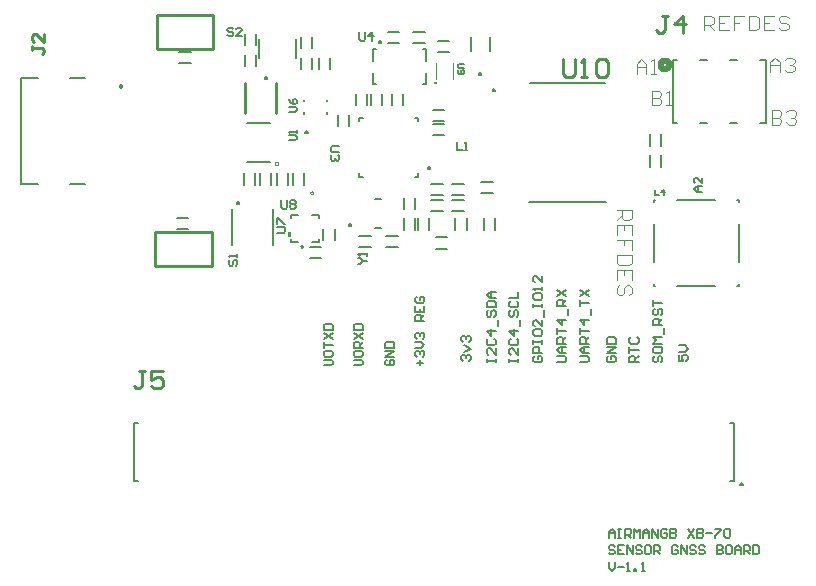
<source format=gto>
%FSTAX23Y23*%
%MOIN*%
%SFA1B1*%

%IPPOS*%
%ADD10C,0.007874*%
%ADD11C,0.020000*%
%ADD12C,0.000000*%
%ADD13C,0.010000*%
%ADD14C,0.003937*%
%ADD15C,0.005000*%
%ADD16C,0.006000*%
%ADD17C,0.008000*%
%ADD18C,0.003000*%
%LNesp32c3phils-1*%
%LPD*%
G36*
X03318Y03557D02*
Y03542D01*
X03308*
Y03557*
X03318*
G37*
G54D10*
X04824Y02717D02*
D01*
X04824Y02717*
X04824Y02718*
X04824Y02718*
X04824Y02718*
X04824Y02718*
X04824Y02719*
X04824Y02719*
X04823Y02719*
X04823Y02719*
X04823Y0272*
X04823Y0272*
X04823Y0272*
X04823Y0272*
X04822Y0272*
X04822Y0272*
X04822Y02721*
X04822Y02721*
X04821Y02721*
X04821Y02721*
X04821Y02721*
X04821Y02721*
X0482Y02721*
X0482*
X0482Y02721*
X04819Y02721*
X04819Y02721*
X04819Y02721*
X04819Y02721*
X04818Y02721*
X04818Y0272*
X04818Y0272*
X04818Y0272*
X04817Y0272*
X04817Y0272*
X04817Y0272*
X04817Y02719*
X04817Y02719*
X04817Y02719*
X04816Y02719*
X04816Y02718*
X04816Y02718*
X04816Y02718*
X04816Y02718*
X04816Y02717*
X04816Y02717*
X04816Y02717*
X04816Y02716*
X04816Y02716*
X04816Y02716*
X04816Y02716*
X04816Y02715*
X04817Y02715*
X04817Y02715*
X04817Y02715*
X04817Y02714*
X04817Y02714*
X04817Y02714*
X04818Y02714*
X04818Y02714*
X04818Y02714*
X04818Y02713*
X04819Y02713*
X04819Y02713*
X04819Y02713*
X04819Y02713*
X0482Y02713*
X0482Y02713*
X0482*
X04821Y02713*
X04821Y02713*
X04821Y02713*
X04821Y02713*
X04822Y02713*
X04822Y02713*
X04822Y02714*
X04822Y02714*
X04823Y02714*
X04823Y02714*
X04823Y02714*
X04823Y02714*
X04823Y02715*
X04823Y02715*
X04824Y02715*
X04824Y02715*
X04824Y02716*
X04824Y02716*
X04824Y02716*
X04824Y02716*
X04824Y02717*
X04824Y02717*
X03997Y0403D02*
D01*
X03997Y0403*
X03997Y0403*
X03997Y04031*
X03997Y04031*
X03997Y04031*
X03997Y04031*
X03997Y04032*
X03997Y04032*
X03997Y04032*
X03996Y04032*
X03996Y04032*
X03996Y04033*
X03996Y04033*
X03996Y04033*
X03995Y04033*
X03995Y04033*
X03995Y04033*
X03995Y04033*
X03994Y04034*
X03994Y04034*
X03994Y04034*
X03994Y04034*
X03993*
X03993Y04034*
X03993Y04034*
X03992Y04034*
X03992Y04033*
X03992Y04033*
X03992Y04033*
X03991Y04033*
X03991Y04033*
X03991Y04033*
X03991Y04033*
X03991Y04032*
X0399Y04032*
X0399Y04032*
X0399Y04032*
X0399Y04032*
X0399Y04031*
X0399Y04031*
X0399Y04031*
X0399Y04031*
X0399Y0403*
X0399Y0403*
X0399Y0403*
X0399Y04029*
X0399Y04029*
X0399Y04029*
X0399Y04029*
X0399Y04028*
X0399Y04028*
X0399Y04028*
X0399Y04028*
X0399Y04027*
X0399Y04027*
X03991Y04027*
X03991Y04027*
X03991Y04027*
X03991Y04026*
X03991Y04026*
X03992Y04026*
X03992Y04026*
X03992Y04026*
X03992Y04026*
X03993Y04026*
X03993Y04026*
X03993Y04026*
X03994*
X03994Y04026*
X03994Y04026*
X03994Y04026*
X03995Y04026*
X03995Y04026*
X03995Y04026*
X03995Y04026*
X03996Y04026*
X03996Y04027*
X03996Y04027*
X03996Y04027*
X03996Y04027*
X03997Y04027*
X03997Y04028*
X03997Y04028*
X03997Y04028*
X03997Y04028*
X03997Y04029*
X03997Y04029*
X03997Y04029*
X03997Y04029*
X03997Y0403*
X03953Y04084D02*
D01*
X03953Y04084*
X03953Y04084*
X03953Y04085*
X03953Y04085*
X03953Y04085*
X03953Y04085*
X03953Y04086*
X03953Y04086*
X03953Y04086*
X03953Y04086*
X03952Y04087*
X03952Y04087*
X03952Y04087*
X03952Y04087*
X03951Y04087*
X03951Y04087*
X03951Y04087*
X03951Y04088*
X0395Y04088*
X0395Y04088*
X0395Y04088*
X0395Y04088*
X03949*
X03949Y04088*
X03949Y04088*
X03949Y04088*
X03948Y04088*
X03948Y04087*
X03948Y04087*
X03948Y04087*
X03947Y04087*
X03947Y04087*
X03947Y04087*
X03947Y04087*
X03946Y04086*
X03946Y04086*
X03946Y04086*
X03946Y04086*
X03946Y04085*
X03946Y04085*
X03946Y04085*
X03946Y04085*
X03946Y04084*
X03946Y04084*
X03946Y04084*
X03946Y04084*
X03946Y04083*
X03946Y04083*
X03946Y04083*
X03946Y04082*
X03946Y04082*
X03946Y04082*
X03946Y04082*
X03946Y04081*
X03946Y04081*
X03947Y04081*
X03947Y04081*
X03947Y04081*
X03947Y04081*
X03948Y0408*
X03948Y0408*
X03948Y0408*
X03948Y0408*
X03949Y0408*
X03949Y0408*
X03949Y0408*
X03949Y0408*
X0395*
X0395Y0408*
X0395Y0408*
X0395Y0408*
X03951Y0408*
X03951Y0408*
X03951Y0408*
X03951Y0408*
X03952Y04081*
X03952Y04081*
X03952Y04081*
X03952Y04081*
X03953Y04081*
X03953Y04081*
X03953Y04082*
X03953Y04082*
X03953Y04082*
X03953Y04082*
X03953Y04083*
X03953Y04083*
X03953Y04083*
X03953Y04084*
X03953Y04084*
X03519Y03581D02*
D01*
X03519Y03582*
X03519Y03582*
X03519Y03582*
X03519Y03582*
X03519Y03583*
X03519Y03583*
X03518Y03583*
X03518Y03583*
X03518Y03584*
X03518Y03584*
X03518Y03584*
X03518Y03584*
X03517Y03584*
X03517Y03585*
X03517Y03585*
X03517Y03585*
X03516Y03585*
X03516Y03585*
X03516Y03585*
X03516Y03585*
X03515Y03585*
X03515Y03585*
X03515*
X03515Y03585*
X03514Y03585*
X03514Y03585*
X03514Y03585*
X03514Y03585*
X03513Y03585*
X03513Y03585*
X03513Y03585*
X03513Y03584*
X03512Y03584*
X03512Y03584*
X03512Y03584*
X03512Y03584*
X03512Y03583*
X03512Y03583*
X03511Y03583*
X03511Y03583*
X03511Y03582*
X03511Y03582*
X03511Y03582*
X03511Y03582*
X03511Y03581*
X03511Y03581*
X03511Y03581*
X03511Y0358*
X03511Y0358*
X03511Y0358*
X03511Y0358*
X03512Y03579*
X03512Y03579*
X03512Y03579*
X03512Y03579*
X03512Y03579*
X03512Y03578*
X03513Y03578*
X03513Y03578*
X03513Y03578*
X03513Y03578*
X03514Y03578*
X03514Y03578*
X03514Y03577*
X03514Y03577*
X03515Y03577*
X03515Y03577*
X03515*
X03515Y03577*
X03516Y03577*
X03516Y03577*
X03516Y03578*
X03516Y03578*
X03517Y03578*
X03517Y03578*
X03517Y03578*
X03517Y03578*
X03518Y03578*
X03518Y03579*
X03518Y03579*
X03518Y03579*
X03518Y03579*
X03518Y03579*
X03519Y0358*
X03519Y0358*
X03519Y0358*
X03519Y0358*
X03519Y03581*
X03519Y03581*
X03519Y03581*
X03619Y04192D02*
D01*
X03619Y04192*
X03619Y04192*
X03619Y04192*
X03619Y04193*
X03619Y04193*
X03619Y04193*
X03619Y04193*
X03619Y04194*
X03619Y04194*
X03618Y04194*
X03618Y04194*
X03618Y04194*
X03618Y04195*
X03618Y04195*
X03617Y04195*
X03617Y04195*
X03617Y04195*
X03617Y04195*
X03616Y04195*
X03616Y04195*
X03616Y04195*
X03616Y04195*
X03615*
X03615Y04195*
X03615Y04195*
X03614Y04195*
X03614Y04195*
X03614Y04195*
X03614Y04195*
X03613Y04195*
X03613Y04195*
X03613Y04195*
X03613Y04194*
X03613Y04194*
X03612Y04194*
X03612Y04194*
X03612Y04194*
X03612Y04193*
X03612Y04193*
X03612Y04193*
X03612Y04193*
X03612Y04192*
X03611Y04192*
X03611Y04192*
X03611Y04192*
X03611Y04191*
X03611Y04191*
X03612Y04191*
X03612Y0419*
X03612Y0419*
X03612Y0419*
X03612Y0419*
X03612Y04189*
X03612Y04189*
X03612Y04189*
X03613Y04189*
X03613Y04189*
X03613Y04188*
X03613Y04188*
X03613Y04188*
X03614Y04188*
X03614Y04188*
X03614Y04188*
X03614Y04188*
X03615Y04188*
X03615Y04188*
X03615Y04188*
X03616*
X03616Y04188*
X03616Y04188*
X03616Y04188*
X03617Y04188*
X03617Y04188*
X03617Y04188*
X03617Y04188*
X03618Y04188*
X03618Y04188*
X03618Y04189*
X03618Y04189*
X03618Y04189*
X03619Y04189*
X03619Y04189*
X03619Y0419*
X03619Y0419*
X03619Y0419*
X03619Y0419*
X03619Y04191*
X03619Y04191*
X03619Y04191*
X03619Y04192*
X03374Y03889D02*
D01*
X03374Y0389*
X03373Y0389*
X03373Y0389*
X03373Y03891*
X03373Y03891*
X03373Y03891*
X03373Y03891*
X03373Y03892*
X03373Y03892*
X03373Y03892*
X03372Y03892*
X03372Y03892*
X03372Y03893*
X03372Y03893*
X03372Y03893*
X03371Y03893*
X03371Y03893*
X03371Y03893*
X03371Y03893*
X0337Y03893*
X0337Y03893*
X0337Y03893*
X03369*
X03369Y03893*
X03369Y03893*
X03369Y03893*
X03368Y03893*
X03368Y03893*
X03368Y03893*
X03368Y03893*
X03367Y03893*
X03367Y03893*
X03367Y03892*
X03367Y03892*
X03367Y03892*
X03366Y03892*
X03366Y03892*
X03366Y03891*
X03366Y03891*
X03366Y03891*
X03366Y03891*
X03366Y0389*
X03366Y0389*
X03366Y0389*
X03366Y03889*
X03366Y03889*
X03366Y03889*
X03366Y03889*
X03366Y03888*
X03366Y03888*
X03366Y03888*
X03366Y03888*
X03366Y03887*
X03366Y03887*
X03367Y03887*
X03367Y03887*
X03367Y03887*
X03367Y03886*
X03367Y03886*
X03368Y03886*
X03368Y03886*
X03368Y03886*
X03368Y03886*
X03369Y03886*
X03369Y03886*
X03369Y03886*
X03369Y03886*
X0337*
X0337Y03886*
X0337Y03886*
X03371Y03886*
X03371Y03886*
X03371Y03886*
X03371Y03886*
X03372Y03886*
X03372Y03886*
X03372Y03886*
X03372Y03887*
X03372Y03887*
X03373Y03887*
X03373Y03887*
X03373Y03887*
X03373Y03888*
X03373Y03888*
X03373Y03888*
X03373Y03888*
X03373Y03889*
X03373Y03889*
X03374Y03889*
X03374Y03889*
X03146Y03655D02*
D01*
X03146Y03655*
X03146Y03656*
X03146Y03656*
X03146Y03656*
X03146Y03656*
X03146Y03657*
X03146Y03657*
X03146Y03657*
X03145Y03657*
X03145Y03658*
X03145Y03658*
X03145Y03658*
X03145Y03658*
X03144Y03658*
X03144Y03658*
X03144Y03659*
X03144Y03659*
X03143Y03659*
X03143Y03659*
X03143Y03659*
X03143Y03659*
X03142Y03659*
X03142*
X03142Y03659*
X03142Y03659*
X03141Y03659*
X03141Y03659*
X03141Y03659*
X03141Y03659*
X0314Y03658*
X0314Y03658*
X0314Y03658*
X0314Y03658*
X03139Y03658*
X03139Y03658*
X03139Y03657*
X03139Y03657*
X03139Y03657*
X03139Y03657*
X03139Y03656*
X03138Y03656*
X03138Y03656*
X03138Y03656*
X03138Y03655*
X03138Y03655*
X03138Y03655*
X03138Y03654*
X03138Y03654*
X03138Y03654*
X03139Y03654*
X03139Y03653*
X03139Y03653*
X03139Y03653*
X03139Y03653*
X03139Y03652*
X03139Y03652*
X0314Y03652*
X0314Y03652*
X0314Y03652*
X0314Y03652*
X03141Y03651*
X03141Y03651*
X03141Y03651*
X03141Y03651*
X03142Y03651*
X03142Y03651*
X03142Y03651*
X03142*
X03143Y03651*
X03143Y03651*
X03143Y03651*
X03143Y03651*
X03144Y03651*
X03144Y03651*
X03144Y03652*
X03144Y03652*
X03145Y03652*
X03145Y03652*
X03145Y03652*
X03145Y03652*
X03145Y03653*
X03146Y03653*
X03146Y03653*
X03146Y03653*
X03146Y03654*
X03146Y03654*
X03146Y03654*
X03146Y03654*
X03146Y03655*
X03146Y03655*
X02756Y04043D02*
D01*
X02756Y04044*
X02756Y04044*
X02756Y04044*
X02756Y04044*
X02756Y04045*
X02756Y04045*
X02756Y04045*
X02756Y04045*
X02755Y04046*
X02755Y04046*
X02755Y04046*
X02755Y04046*
X02755Y04046*
X02754Y04047*
X02754Y04047*
X02754Y04047*
X02754Y04047*
X02754Y04047*
X02753Y04047*
X02753Y04047*
X02753Y04047*
X02752Y04047*
X02752*
X02752Y04047*
X02752Y04047*
X02751Y04047*
X02751Y04047*
X02751Y04047*
X02751Y04047*
X0275Y04047*
X0275Y04047*
X0275Y04046*
X0275Y04046*
X02749Y04046*
X02749Y04046*
X02749Y04046*
X02749Y04045*
X02749Y04045*
X02749Y04045*
X02749Y04045*
X02749Y04044*
X02748Y04044*
X02748Y04044*
X02748Y04044*
X02748Y04043*
X02748Y04043*
X02748Y04043*
X02748Y04043*
X02749Y04042*
X02749Y04042*
X02749Y04042*
X02749Y04041*
X02749Y04041*
X02749Y04041*
X02749Y04041*
X02749Y04041*
X0275Y0404*
X0275Y0404*
X0275Y0404*
X0275Y0404*
X02751Y0404*
X02751Y0404*
X02751Y0404*
X02751Y04039*
X02752Y04039*
X02752Y04039*
X02752Y04039*
X02752*
X02753Y04039*
X02753Y04039*
X02753Y04039*
X02754Y0404*
X02754Y0404*
X02754Y0404*
X02754Y0404*
X02754Y0404*
X02755Y0404*
X02755Y0404*
X02755Y04041*
X02755Y04041*
X02755Y04041*
X02756Y04041*
X02756Y04041*
X02756Y04042*
X02756Y04042*
X02756Y04042*
X02756Y04043*
X02756Y04043*
X02756Y04043*
X02756Y04043*
X03782Y03771D02*
D01*
X03782Y03771*
X03782Y03771*
X03782Y03771*
X03782Y03772*
X03782Y03772*
X03782Y03772*
X03782Y03772*
X03782Y03773*
X03782Y03773*
X03781Y03773*
X03781Y03773*
X03781Y03774*
X03781Y03774*
X03781Y03774*
X0378Y03774*
X0378Y03774*
X0378Y03774*
X0378Y03774*
X03779Y03774*
X03779Y03774*
X03779Y03775*
X03778Y03775*
X03778*
X03778Y03775*
X03778Y03774*
X03777Y03774*
X03777Y03774*
X03777Y03774*
X03777Y03774*
X03776Y03774*
X03776Y03774*
X03776Y03774*
X03776Y03774*
X03776Y03773*
X03775Y03773*
X03775Y03773*
X03775Y03773*
X03775Y03772*
X03775Y03772*
X03775Y03772*
X03775Y03772*
X03775Y03771*
X03774Y03771*
X03774Y03771*
X03774Y03771*
X03774Y0377*
X03774Y0377*
X03775Y0377*
X03775Y0377*
X03775Y03769*
X03775Y03769*
X03775Y03769*
X03775Y03769*
X03775Y03768*
X03775Y03768*
X03776Y03768*
X03776Y03768*
X03776Y03767*
X03776Y03767*
X03776Y03767*
X03777Y03767*
X03777Y03767*
X03777Y03767*
X03777Y03767*
X03778Y03767*
X03778Y03767*
X03778Y03767*
X03778*
X03779Y03767*
X03779Y03767*
X03779Y03767*
X0378Y03767*
X0378Y03767*
X0378Y03767*
X0378Y03767*
X03781Y03767*
X03781Y03767*
X03781Y03768*
X03781Y03768*
X03781Y03768*
X03782Y03768*
X03782Y03769*
X03782Y03769*
X03782Y03769*
X03782Y03769*
X03782Y0377*
X03782Y0377*
X03782Y0377*
X03782Y0377*
X03782Y03771*
X03239Y04071D02*
D01*
X03239Y04071*
X03239Y04072*
X03239Y04072*
X03239Y04072*
X03239Y04072*
X03239Y04073*
X03239Y04073*
X03238Y04073*
X03238Y04073*
X03238Y04074*
X03238Y04074*
X03238Y04074*
X03238Y04074*
X03237Y04074*
X03237Y04074*
X03237Y04075*
X03237Y04075*
X03236Y04075*
X03236Y04075*
X03236Y04075*
X03236Y04075*
X03235Y04075*
X03235*
X03235Y04075*
X03234Y04075*
X03234Y04075*
X03234Y04075*
X03234Y04075*
X03233Y04075*
X03233Y04074*
X03233Y04074*
X03233Y04074*
X03232Y04074*
X03232Y04074*
X03232Y04074*
X03232Y04073*
X03232Y04073*
X03232Y04073*
X03232Y04073*
X03231Y04072*
X03231Y04072*
X03231Y04072*
X03231Y04072*
X03231Y04071*
X03231Y04071*
X03231Y04071*
X03231Y04071*
X03231Y0407*
X03231Y0407*
X03231Y0407*
X03232Y04069*
X03232Y04069*
X03232Y04069*
X03232Y04069*
X03232Y04069*
X03232Y04068*
X03232Y04068*
X03233Y04068*
X03233Y04068*
X03233Y04068*
X03233Y04068*
X03234Y04067*
X03234Y04067*
X03234Y04067*
X03234Y04067*
X03235Y04067*
X03235Y04067*
X03235*
X03236Y04067*
X03236Y04067*
X03236Y04067*
X03236Y04067*
X03237Y04067*
X03237Y04068*
X03237Y04068*
X03237Y04068*
X03238Y04068*
X03238Y04068*
X03238Y04068*
X03238Y04069*
X03238Y04069*
X03238Y04069*
X03239Y04069*
X03239Y04069*
X03239Y0407*
X03239Y0407*
X03239Y0407*
X03239Y04071*
X03239Y04071*
X03239Y04071*
X02417Y0407D02*
X02476D01*
X02417Y03719D02*
Y0407D01*
Y03719D02*
X02476D01*
X02583Y0407D02*
X02631D01*
X02583Y03719D02*
X02631D01*
G54D11*
X0458Y04115D02*
D01*
X04579Y04116*
X04579Y04117*
X04579Y04118*
X04579Y04119*
X04579Y0412*
X04578Y04121*
X04578Y04122*
X04577Y04122*
X04577Y04123*
X04576Y04124*
X04575Y04125*
X04575Y04126*
X04574Y04126*
X04573Y04127*
X04572Y04127*
X04571Y04128*
X0457Y04128*
X04569Y04129*
X04568Y04129*
X04567Y04129*
X04566Y04129*
X04565Y04129*
X04564*
X04563Y04129*
X04562Y04129*
X04561Y04129*
X0456Y04129*
X04559Y04128*
X04558Y04128*
X04557Y04127*
X04556Y04127*
X04555Y04126*
X04554Y04126*
X04554Y04125*
X04553Y04124*
X04552Y04123*
X04552Y04122*
X04551Y04122*
X04551Y04121*
X0455Y0412*
X0455Y04119*
X0455Y04118*
X0455Y04117*
X0455Y04116*
X0455Y04115*
X0455Y04113*
X0455Y04112*
X0455Y04111*
X0455Y0411*
X0455Y04109*
X04551Y04108*
X04551Y04107*
X04552Y04107*
X04552Y04106*
X04553Y04105*
X04554Y04104*
X04554Y04103*
X04555Y04103*
X04556Y04102*
X04557Y04102*
X04558Y04101*
X04559Y04101*
X0456Y041*
X04561Y041*
X04562Y041*
X04563Y041*
X04564Y041*
X04565*
X04566Y041*
X04567Y041*
X04568Y041*
X04569Y041*
X0457Y04101*
X04571Y04101*
X04572Y04102*
X04573Y04102*
X04574Y04103*
X04575Y04103*
X04575Y04104*
X04576Y04105*
X04577Y04106*
X04577Y04107*
X04578Y04107*
X04578Y04108*
X04579Y04109*
X04579Y0411*
X04579Y04111*
X04579Y04112*
X04579Y04113*
X0458Y04115*
G54D12*
X03393Y03688D02*
D01*
X03393Y03688*
X03393Y03688*
X03393Y03689*
X03393Y03689*
X03393Y03689*
X03393Y0369*
X03392Y0369*
X03392Y0369*
X03392Y03691*
X03392Y03691*
X03392Y03691*
X03391Y03691*
X03391Y03692*
X03391Y03692*
X03391Y03692*
X0339Y03692*
X0339Y03692*
X0339Y03692*
X03389Y03692*
X03389Y03692*
X03389Y03693*
X03388Y03693*
X03388*
X03387Y03693*
X03387Y03692*
X03387Y03692*
X03386Y03692*
X03386Y03692*
X03386Y03692*
X03386Y03692*
X03385Y03692*
X03385Y03692*
X03385Y03691*
X03384Y03691*
X03384Y03691*
X03384Y03691*
X03384Y0369*
X03384Y0369*
X03383Y0369*
X03383Y03689*
X03383Y03689*
X03383Y03689*
X03383Y03688*
X03383Y03688*
X03383Y03688*
X03383Y03687*
X03383Y03687*
X03383Y03687*
X03383Y03686*
X03383Y03686*
X03383Y03686*
X03384Y03685*
X03384Y03685*
X03384Y03685*
X03384Y03684*
X03384Y03684*
X03385Y03684*
X03385Y03684*
X03385Y03683*
X03386Y03683*
X03386Y03683*
X03386Y03683*
X03386Y03683*
X03387Y03683*
X03387Y03683*
X03387Y03683*
X03388Y03683*
X03388*
X03389Y03683*
X03389Y03683*
X03389Y03683*
X0339Y03683*
X0339Y03683*
X0339Y03683*
X03391Y03683*
X03391Y03683*
X03391Y03684*
X03391Y03684*
X03392Y03684*
X03392Y03684*
X03392Y03685*
X03392Y03685*
X03392Y03685*
X03393Y03686*
X03393Y03686*
X03393Y03686*
X03393Y03687*
X03393Y03687*
X03393Y03687*
X03393Y03688*
G54D13*
X03356Y03511D02*
D01*
X03356Y03511*
X03356Y03511*
X03356Y03511*
X03356Y03511*
X03356Y03511*
X03356Y03511*
X03356Y03511*
X03356Y03511*
X03356Y03511*
X03356Y03511*
X03356Y03511*
X03355Y03512*
X03355Y03512*
X03355Y03512*
X03355Y03512*
X03355Y03512*
X03355Y03512*
X03355Y03512*
X03355Y03512*
X03355Y03512*
X03355Y03512*
X03355Y03512*
X03354*
X03354Y03512*
X03354Y03512*
X03354Y03512*
X03354Y03512*
X03354Y03512*
X03354Y03512*
X03354Y03512*
X03354Y03512*
X03354Y03512*
X03354Y03512*
X03353Y03511*
X03353Y03511*
X03353Y03511*
X03353Y03511*
X03353Y03511*
X03353Y03511*
X03353Y03511*
X03353Y03511*
X03353Y03511*
X03353Y03511*
X03353Y03511*
X03353Y03511*
X03353Y0351*
X03353Y0351*
X03353Y0351*
X03353Y0351*
X03353Y0351*
X03353Y0351*
X03353Y0351*
X03353Y0351*
X03353Y0351*
X03353Y0351*
X03353Y0351*
X03354Y03509*
X03354Y03509*
X03354Y03509*
X03354Y03509*
X03354Y03509*
X03354Y03509*
X03354Y03509*
X03354Y03509*
X03354Y03509*
X03354Y03509*
X03354Y03509*
X03355*
X03355Y03509*
X03355Y03509*
X03355Y03509*
X03355Y03509*
X03355Y03509*
X03355Y03509*
X03355Y03509*
X03355Y03509*
X03355Y03509*
X03355Y03509*
X03356Y0351*
X03356Y0351*
X03356Y0351*
X03356Y0351*
X03356Y0351*
X03356Y0351*
X03356Y0351*
X03356Y0351*
X03356Y0351*
X03356Y0351*
X03356Y0351*
X03356Y03511*
X02871Y0428D02*
X03059D01*
X02871Y04169D02*
X03059D01*
X02871D02*
Y0428D01*
X03059Y04169D02*
Y0428D01*
X03267Y03955D02*
Y04054D01*
X03164Y03955D02*
Y04054D01*
X02866Y03445D02*
X03054D01*
X02866Y03556D02*
X03054D01*
Y03445D02*
Y03556D01*
X02866Y03445D02*
Y03556D01*
X02833Y03095D02*
X02813D01*
X02823*
Y03045*
X02813Y03036*
X02803*
X02794Y03045*
X02893Y03095D02*
X02853D01*
Y03065*
X02873Y03075*
X02883*
X02893Y03065*
Y03045*
X02883Y03036*
X02863*
X02853Y03045*
X04575Y04279D02*
X04555D01*
X04565*
Y0423*
X04555Y0422*
X04545*
X04535Y0423*
X04624Y0422D02*
Y04279D01*
X04594Y0425*
X04634*
X04225Y04134D02*
Y04085D01*
X04235Y04075*
X04255*
X04265Y04085*
Y04134*
X04285Y04075D02*
X04305D01*
X04295*
Y04134*
X04285Y04124*
X04334D02*
X04344Y04134D01*
X04364*
X04374Y04124*
Y04085*
X04364Y04075*
X04344*
X04334Y04085*
Y04124*
X02455Y04178D02*
Y04165D01*
Y04171*
X02488*
X02494Y04165*
Y04158*
X02488Y04151*
X02494Y04218D02*
Y04191D01*
X02468Y04218*
X02461*
X02455Y04211*
Y04198*
X02461Y04191*
G54D14*
X038Y04055D02*
D01*
X038Y04055*
X038Y04055*
X038Y04056*
X038Y04056*
X038Y04056*
X038Y04056*
X038Y04056*
X038Y04056*
X038Y04056*
X038Y04056*
X03799Y04056*
X03799Y04057*
X03799Y04057*
X03799Y04057*
X03799Y04057*
X03799Y04057*
X03799Y04057*
X03799Y04057*
X03798Y04057*
X03798Y04057*
X03798Y04057*
X03798Y04057*
X03798*
X03798Y04057*
X03798Y04057*
X03798Y04057*
X03797Y04057*
X03797Y04057*
X03797Y04057*
X03797Y04057*
X03797Y04057*
X03797Y04057*
X03797Y04057*
X03797Y04056*
X03796Y04056*
X03796Y04056*
X03796Y04056*
X03796Y04056*
X03796Y04056*
X03796Y04056*
X03796Y04056*
X03796Y04056*
X03796Y04055*
X03796Y04055*
X03796Y04055*
X03796Y04055*
X03796Y04055*
X03796Y04055*
X03796Y04055*
X03796Y04054*
X03796Y04054*
X03796Y04054*
X03796Y04054*
X03796Y04054*
X03796Y04054*
X03797Y04054*
X03797Y04054*
X03797Y04054*
X03797Y04053*
X03797Y04053*
X03797Y04053*
X03797Y04053*
X03797Y04053*
X03798Y04053*
X03798Y04053*
X03798Y04053*
X03798Y04053*
X03798*
X03798Y04053*
X03798Y04053*
X03798Y04053*
X03799Y04053*
X03799Y04053*
X03799Y04053*
X03799Y04053*
X03799Y04053*
X03799Y04054*
X03799Y04054*
X03799Y04054*
X038Y04054*
X038Y04054*
X038Y04054*
X038Y04054*
X038Y04054*
X038Y04054*
X038Y04055*
X038Y04055*
X038Y04055*
X038Y04055*
X038Y04055*
Y04067D02*
Y04122D01*
X03859Y04067D02*
Y04122D01*
G54D15*
X04795Y02729D02*
Y0292D01*
X02795Y02729D02*
Y0292D01*
X04782Y02729D02*
X04795D01*
X02795D02*
X02807D01*
X02795Y0292D02*
X02807D01*
X04782D02*
X04795D01*
X04114Y04053D02*
X04365D01*
X0411Y03656D02*
X04369D01*
X03953Y03686D02*
X03992D01*
X03953Y03723D02*
X03992D01*
X03961Y03565D02*
Y03604D01*
X03998Y03565D02*
Y03604D01*
X04516Y03845D02*
Y03884D01*
X04553Y03845D02*
Y03884D01*
X04516Y03775D02*
Y03814D01*
X04553Y03775D02*
Y03814D01*
X03918Y04161D02*
Y04208D01*
X03981Y04161D02*
Y04208D01*
X03411Y041D02*
Y04139D01*
X03448Y041D02*
Y04139D01*
X03597Y03669D02*
X03618D01*
X03597Y0357D02*
X03618D01*
X03855Y03681D02*
X03894D01*
X03855Y03718D02*
X03894D01*
X03741Y03565D02*
Y03604D01*
X03778Y03565D02*
Y03604D01*
X03785Y03681D02*
X03824D01*
X03785Y03718D02*
X03824D01*
X03807Y04156D02*
X03846D01*
X03807Y04193D02*
X03846D01*
X038Y0354D02*
X03839D01*
X038Y03502D02*
X03839D01*
X03866Y03565D02*
Y03604D01*
X03904Y03565D02*
Y03604D01*
X03855Y03665D02*
X03894D01*
X03855Y03627D02*
X03894D01*
X03591Y04168D02*
X03601D01*
X03591Y04129D02*
Y04168D01*
Y0405D02*
Y04089D01*
Y0405D02*
X03601D01*
X03758D02*
X03768D01*
Y04089*
X03758Y04168D02*
X03768D01*
Y04129D02*
Y04168D01*
X0336Y0395D02*
Y03956D01*
Y03993D02*
Y03999D01*
X03439Y03993D02*
Y03999D01*
Y0395D02*
Y03956D01*
X03351Y0417D02*
Y04209D01*
X03388Y0417D02*
Y04209D01*
X03573Y0398D02*
Y04019D01*
X03536Y0398D02*
Y04019D01*
X03513Y0391D02*
Y03949D01*
X03476Y0391D02*
Y03949D01*
X03693Y0398D02*
Y04019D01*
X03656Y0398D02*
Y04019D01*
X03696Y03565D02*
Y03604D01*
X03733Y03565D02*
Y03604D01*
X03696Y03633D02*
Y03672D01*
X03733Y03633D02*
Y03672D01*
X0379Y03926D02*
X03829D01*
X0379Y03963D02*
X03829D01*
X02945Y04121D02*
X02984D01*
X02945Y04158D02*
X02984D01*
X03122Y03515D02*
Y03634D01*
X03257Y03515D02*
Y03634D01*
X03426Y0353D02*
Y03569D01*
X03464Y0353D02*
Y03569D01*
X0338Y03471D02*
X03419D01*
X0338Y03508D02*
X03419D01*
X03166Y0418D02*
Y04219D01*
X03203Y0418D02*
Y04219D01*
X03166Y0411D02*
Y04149D01*
X03203Y0411D02*
Y04149D01*
X0364Y04186D02*
X03679D01*
X0364Y04223D02*
X03679D01*
X03725D02*
X03764D01*
X03725Y04186D02*
X03764D01*
X03623Y0398D02*
Y04019D01*
X03586Y0398D02*
Y04019D01*
X03635Y03506D02*
X03674D01*
X03635Y03543D02*
X03674D01*
X03545D02*
X03584D01*
X03545Y03506D02*
X03584D01*
X0379Y03918D02*
X03829D01*
X0379Y03881D02*
X03829D01*
X03785Y03665D02*
X03824D01*
X03785Y03627D02*
X03824D01*
X02937Y03603D02*
X02976D01*
X02937Y03566D02*
X02976D01*
X03731Y03741D02*
X03743D01*
Y03753*
Y03926D02*
Y03938D01*
X03731D02*
X03743D01*
X03546D02*
X03558D01*
X03546Y03926D02*
Y03938D01*
Y03741D02*
Y03753D01*
Y03741D02*
X03558D01*
X03325Y03715D02*
Y03754D01*
X03363Y03715D02*
Y03754D01*
X03308Y03715D02*
Y03754D01*
X03271Y03715D02*
Y03754D01*
X03253Y03715D02*
Y03754D01*
X03216Y03715D02*
Y03754D01*
X03198Y03715D02*
Y03754D01*
X03161Y03715D02*
Y03754D01*
X03213Y04138D02*
Y04201D01*
X03336Y04138D02*
Y04201D01*
X03351Y041D02*
Y04139D01*
X03388Y041D02*
Y04139D01*
X03894Y04116D02*
X03878D01*
X03875Y04113*
Y04106*
X03878Y04103*
X03894*
X03878Y04096D02*
X03875Y04093D01*
Y04086*
X03878Y04083*
X03891*
X03894Y04086*
Y04093*
X03891Y04096*
X03888*
X03885Y04093*
Y04083*
G54D16*
X04883Y03922D02*
X049D01*
X0459D02*
X04606D01*
X049D02*
Y04132D01*
X04883D02*
X049D01*
X0459Y03922D02*
Y04132D01*
X04606*
X04683D02*
X04706D01*
X04783D02*
X04806D01*
X04683Y03922D02*
X04706D01*
X04783D02*
X04806D01*
X04527Y03377D02*
Y03383D01*
X04806Y03663D02*
X04813D01*
X04527Y03656D02*
Y03663D01*
Y03377D02*
X04533D01*
X04813D02*
Y03383D01*
X04806Y03377D02*
X04813D01*
Y03456D02*
Y03583D01*
X04606Y03663D02*
X04733D01*
X04813Y03656D02*
Y03663D01*
X04527Y03456D02*
Y03583D01*
Y03663D02*
X04533D01*
X04606Y03377D02*
X04733D01*
X0317Y0379D02*
X03249D01*
X0317Y0392D02*
X03249D01*
X03319Y03615D02*
X0334D01*
X0341Y03604D02*
Y03615D01*
X03389Y03524D02*
X0341D01*
X03319D02*
X0334D01*
X03319Y03604D02*
Y03615D01*
X03389D02*
X0341D01*
Y03524D02*
Y03535D01*
X03319Y03524D02*
Y03535D01*
X03873Y03857D02*
Y03832D01*
X0389*
X03898D02*
X03906D01*
X03902*
Y03857*
X03898Y03853*
X03312Y03959D02*
X03333D01*
X03337Y03963*
Y03971*
X03333Y03975*
X03312*
Y04D02*
X03316Y03992D01*
X03325Y03984*
X03333*
X03337Y03988*
Y03996*
X03333Y04*
X03329*
X03325Y03996*
Y03984*
X03545Y04224D02*
Y042D01*
X0355Y04195*
X0356*
X03565Y042*
Y04224*
X03589Y04195D02*
Y04224D01*
X03575Y0421*
X03594*
X03312Y03863D02*
X03333D01*
X03337Y03867*
Y03875*
X03333Y0388*
X03312*
X03337Y03888D02*
Y03896D01*
Y03892*
X03312*
X03316Y03888*
G54D17*
X04378Y02538D02*
Y02558D01*
X04387Y02568*
X04397Y02558*
Y02538*
Y02553*
X04378*
X04407Y02568D02*
X04417D01*
X04412*
Y02538*
X04407*
X04417*
X04432D02*
Y02568D01*
X04447*
X04452Y02563*
Y02553*
X04447Y02548*
X04432*
X04442D02*
X04452Y02538D01*
X04462D02*
Y02568D01*
X04472Y02558*
X04482Y02568*
Y02538*
X04492D02*
Y02558D01*
X04502Y02568*
X04512Y02558*
Y02538*
Y02553*
X04492*
X04522Y02538D02*
Y02568D01*
X04542Y02538*
Y02568*
X04572Y02563D02*
X04567Y02568D01*
X04557*
X04552Y02563*
Y02543*
X04557Y02538*
X04567*
X04572Y02543*
Y02553*
X04562*
X04582Y02568D02*
Y02538D01*
X04597*
X04602Y02543*
Y02548*
X04597Y02553*
X04582*
X04597*
X04602Y02558*
Y02563*
X04597Y02568*
X04582*
X04642D02*
X04662Y02538D01*
Y02568D02*
X04642Y02538D01*
X04672Y02568D02*
Y02538D01*
X04687*
X04692Y02543*
Y02548*
X04687Y02553*
X04672*
X04687*
X04692Y02558*
Y02563*
X04687Y02568*
X04672*
X04702Y02553D02*
X04722D01*
X04732Y02568D02*
X04752D01*
Y02563*
X04732Y02543*
Y02538*
X04762Y02563D02*
X04767Y02568D01*
X04777*
X04782Y02563*
Y02543*
X04777Y02538*
X04767*
X04762Y02543*
Y02563*
X04397Y02508D02*
X04392Y02513D01*
X04383*
X04378Y02508*
Y02503*
X04383Y02498*
X04392*
X04397Y02493*
Y02488*
X04392Y02483*
X04383*
X04378Y02488*
X04427Y02513D02*
X04407D01*
Y02483*
X04427*
X04407Y02498D02*
X04417D01*
X04437Y02483D02*
Y02513D01*
X04457Y02483*
Y02513*
X04487Y02508D02*
X04482Y02513D01*
X04472*
X04467Y02508*
Y02503*
X04472Y02498*
X04482*
X04487Y02493*
Y02488*
X04482Y02483*
X04472*
X04467Y02488*
X04512Y02513D02*
X04502D01*
X04497Y02508*
Y02488*
X04502Y02483*
X04512*
X04517Y02488*
Y02508*
X04512Y02513*
X04527Y02483D02*
Y02513D01*
X04542*
X04547Y02508*
Y02498*
X04542Y02493*
X04527*
X04537D02*
X04547Y02483D01*
X04607Y02508D02*
X04602Y02513D01*
X04592*
X04587Y02508*
Y02488*
X04592Y02483*
X04602*
X04607Y02488*
Y02498*
X04597*
X04617Y02483D02*
Y02513D01*
X04637Y02483*
Y02513*
X04667Y02508D02*
X04662Y02513D01*
X04652*
X04647Y02508*
Y02503*
X04652Y02498*
X04662*
X04667Y02493*
Y02488*
X04662Y02483*
X04652*
X04647Y02488*
X04697Y02508D02*
X04692Y02513D01*
X04682*
X04677Y02508*
Y02503*
X04682Y02498*
X04692*
X04697Y02493*
Y02488*
X04692Y02483*
X04682*
X04677Y02488*
X04737Y02513D02*
Y02483D01*
X04752*
X04757Y02488*
Y02493*
X04752Y02498*
X04737*
X04752*
X04757Y02503*
Y02508*
X04752Y02513*
X04737*
X04782D02*
X04772D01*
X04767Y02508*
Y02488*
X04772Y02483*
X04782*
X04787Y02488*
Y02508*
X04782Y02513*
X04797Y02483D02*
Y02503D01*
X04807Y02513*
X04817Y02503*
Y02483*
Y02498*
X04797*
X04827Y02483D02*
Y02513D01*
X04842*
X04847Y02508*
Y02498*
X04842Y02493*
X04827*
X04837D02*
X04847Y02483D01*
X04857Y02513D02*
Y02483D01*
X04872*
X04877Y02488*
Y02508*
X04872Y02513*
X04857*
X04378Y02457D02*
Y02437D01*
X04387Y02428*
X04397Y02437*
Y02457*
X04407Y02442D02*
X04427D01*
X04437Y02428D02*
X04447D01*
X04442*
Y02457*
X04437Y02452*
X04462Y02428D02*
Y02433D01*
X04467*
Y02428*
X04462*
X04487D02*
X04497D01*
X04492*
Y02457*
X04487Y02452*
X0461Y03148D02*
Y03128D01*
X04626*
X04621Y03138*
Y03143*
X04626Y03148*
X04636*
X04642Y03143*
Y03133*
X04636Y03128*
X0461Y03159D02*
X04631D01*
X04642Y03169*
X04631Y0318*
X0461*
X0453Y03143D02*
X04525Y03138D01*
Y03128*
X0453Y03123*
X04535*
X04541Y03128*
Y03138*
X04546Y03143*
X04551*
X04556Y03138*
Y03128*
X04551Y03123*
X04525Y0317D02*
Y03159D01*
X0453Y03154*
X04551*
X04556Y03159*
Y0317*
X04551Y03175*
X0453*
X04525Y0317*
X04556Y03185D02*
X04525D01*
X04535Y03196*
X04525Y03206*
X04556*
X04562Y03217D02*
Y03238D01*
X04556Y03248D02*
X04525D01*
Y03264*
X0453Y03269*
X04541*
X04546Y03264*
Y03248*
Y03259D02*
X04556Y03269D01*
X0453Y03301D02*
X04525Y03296D01*
Y03285*
X0453Y0328*
X04535*
X04541Y03285*
Y03296*
X04546Y03301*
X04551*
X04556Y03296*
Y03285*
X04551Y0328*
X04525Y03311D02*
Y03332D01*
Y03322*
X04556*
X04477Y03123D02*
X04445D01*
Y03138*
X0445Y03143*
X04461*
X04466Y03138*
Y03123*
Y03133D02*
X04477Y03143D01*
X04445Y03154D02*
Y03175D01*
Y03164*
X04477*
X0445Y03206D02*
X04445Y03201D01*
Y03191*
X0445Y03185*
X04471*
X04477Y03191*
Y03201*
X04471Y03206*
X04375Y03143D02*
X0437Y03138D01*
Y03128*
X04375Y03123*
X04396*
X04402Y03128*
Y03138*
X04396Y03143*
X04386*
Y03133*
X04402Y03154D02*
X0437D01*
X04402Y03175*
X0437*
Y03185D02*
X04402D01*
Y03201*
X04396Y03206*
X04375*
X0437Y03201*
Y03185*
X0428Y03123D02*
X04306D01*
X04311Y03128*
Y03138*
X04306Y03143*
X0428*
X04311Y03154D02*
X0429D01*
X0428Y03164*
X0429Y03175*
X04311*
X04296*
Y03154*
X04311Y03185D02*
X0428D01*
Y03201*
X04285Y03206*
X04296*
X04301Y03201*
Y03185*
Y03196D02*
X04311Y03206D01*
X0428Y03217D02*
Y03238D01*
Y03227*
X04311*
Y03264D02*
X0428D01*
X04296Y03248*
Y03269*
X04317Y0328D02*
Y03301D01*
X0428Y03311D02*
Y03332D01*
Y03322*
X04311*
X0428Y03343D02*
X04311Y03364D01*
X0428D02*
X04311Y03343D01*
X04205Y03123D02*
X04231D01*
X04236Y03128*
Y03138*
X04231Y03143*
X04205*
X04236Y03154D02*
X04215D01*
X04205Y03164*
X04215Y03175*
X04236*
X04221*
Y03154*
X04236Y03185D02*
X04205D01*
Y03201*
X0421Y03206*
X04221*
X04226Y03201*
Y03185*
Y03196D02*
X04236Y03206D01*
X04205Y03217D02*
Y03238D01*
Y03227*
X04236*
Y03264D02*
X04205D01*
X04221Y03248*
Y03269*
X04242Y0328D02*
Y03301D01*
X04236Y03311D02*
X04205D01*
Y03327*
X0421Y03332*
X04221*
X04226Y03327*
Y03311*
Y03322D02*
X04236Y03332D01*
X04205Y03343D02*
X04236Y03364D01*
X04205D02*
X04236Y03343D01*
X0413Y03143D02*
X04125Y03138D01*
Y03128*
X0413Y03123*
X04151*
X04156Y03128*
Y03138*
X04151Y03143*
X04141*
Y03133*
X04156Y03154D02*
X04125D01*
Y0317*
X0413Y03175*
X04141*
X04146Y0317*
Y03154*
X04125Y03185D02*
Y03196D01*
Y03191*
X04156*
Y03185*
Y03196*
X04125Y03227D02*
Y03217D01*
X0413Y03212*
X04151*
X04156Y03217*
Y03227*
X04151Y03233*
X0413*
X04125Y03227*
X04156Y03264D02*
Y03243D01*
X04135Y03264*
X0413*
X04125Y03259*
Y03248*
X0413Y03243*
X04162Y03275D02*
Y03296D01*
X04125Y03306D02*
Y03317D01*
Y03311*
X04156*
Y03306*
Y03317*
X04125Y03348D02*
Y03338D01*
X0413Y03332*
X04151*
X04156Y03338*
Y03348*
X04151Y03353*
X0413*
X04125Y03348*
X04156Y03364D02*
Y03374D01*
Y03369*
X04125*
X0413Y03364*
X04156Y03411D02*
Y0339D01*
X04135Y03411*
X0413*
X04125Y03406*
Y03395*
X0413Y0339*
X04045Y03123D02*
Y03133D01*
Y03128*
X04076*
Y03123*
Y03133*
Y0317D02*
Y03149D01*
X04055Y0317*
X0405*
X04045Y03164*
Y03154*
X0405Y03149*
Y03201D02*
X04045Y03196D01*
Y03185*
X0405Y0318*
X04071*
X04076Y03185*
Y03196*
X04071Y03201*
X04076Y03227D02*
X04045D01*
X04061Y03212*
Y03233*
X04082Y03243D02*
Y03264D01*
X0405Y03296D02*
X04045Y0329D01*
Y0328*
X0405Y03275*
X04055*
X04061Y0328*
Y0329*
X04066Y03296*
X04071*
X04076Y0329*
Y0328*
X04071Y03275*
X0405Y03327D02*
X04045Y03322D01*
Y03311*
X0405Y03306*
X04071*
X04076Y03311*
Y03322*
X04071Y03327*
X04045Y03338D02*
X04076D01*
Y03359*
X0397Y03123D02*
Y03133D01*
Y03128*
X04001*
Y03123*
Y03133*
Y0317D02*
Y03149D01*
X0398Y0317*
X03975*
X0397Y03164*
Y03154*
X03975Y03149*
Y03201D02*
X0397Y03196D01*
Y03185*
X03975Y0318*
X03996*
X04001Y03185*
Y03196*
X03996Y03201*
X04001Y03227D02*
X0397D01*
X03986Y03212*
Y03233*
X04007Y03243D02*
Y03264D01*
X03975Y03296D02*
X0397Y0329D01*
Y0328*
X03975Y03275*
X0398*
X03986Y0328*
Y0329*
X03991Y03296*
X03996*
X04001Y0329*
Y0328*
X03996Y03275*
X0397Y03306D02*
X04001D01*
Y03322*
X03996Y03327*
X03975*
X0397Y03322*
Y03306*
X04001Y03338D02*
X0398D01*
X0397Y03348*
X0398Y03359*
X04001*
X03986*
Y03338*
X0389Y03128D02*
X03885Y03133D01*
Y03143*
X0389Y03148*
X03896*
X03901Y03143*
Y03138*
Y03143*
X03906Y03148*
X03911*
X03917Y03143*
Y03133*
X03911Y03128*
X03896Y03159D02*
X03917Y03169D01*
X03896Y0318*
X0389Y0319D02*
X03885Y03196D01*
Y03206*
X0389Y03211*
X03896*
X03901Y03206*
Y03201*
Y03206*
X03906Y03211*
X03911*
X03917Y03206*
Y03196*
X03911Y0319*
X03427Y03113D02*
X03452D01*
X03457Y03118*
Y03127*
X03452Y03132*
X03427*
X03432Y03142D02*
X03427Y03147D01*
Y03157*
X03432Y03162*
X03452*
X03457Y03157*
Y03147*
X03452Y03142*
X03432*
X03427Y03172D02*
Y03192D01*
Y03182*
X03457*
X03427Y03202D02*
X03457Y03222D01*
X03427D02*
X03457Y03202D01*
X03427Y03232D02*
X03457D01*
Y03247*
X03452Y03252*
X03432*
X03427Y03247*
Y03232*
X03527Y03113D02*
X03552D01*
X03557Y03118*
Y03127*
X03552Y03132*
X03527*
X03532Y03142D02*
X03527Y03147D01*
Y03157*
X03532Y03162*
X03552*
X03557Y03157*
Y03147*
X03552Y03142*
X03532*
X03557Y03172D02*
X03527D01*
Y03187*
X03532Y03192*
X03542*
X03547Y03187*
Y03172*
Y03182D02*
X03557Y03192D01*
X03527Y03202D02*
X03557Y03222D01*
X03527D02*
X03557Y03202D01*
X03527Y03232D02*
X03557D01*
Y03247*
X03552Y03252*
X03532*
X03527Y03247*
Y03232*
X03637Y03132D02*
X03632Y03127D01*
Y03118*
X03637Y03113*
X03657*
X03662Y03118*
Y03127*
X03657Y03132*
X03647*
Y03122*
X03662Y03142D02*
X03632D01*
X03662Y03162*
X03632*
Y03172D02*
X03662D01*
Y03187*
X03657Y03192*
X03637*
X03632Y03187*
Y03172*
X03747Y03113D02*
Y03132D01*
X03737Y03122D02*
X03757D01*
X03737Y03142D02*
X03732Y03147D01*
Y03157*
X03737Y03162*
X03742*
X03747Y03157*
Y03152*
Y03157*
X03752Y03162*
X03757*
X03762Y03157*
Y03147*
X03757Y03142*
X03732Y03172D02*
X03752D01*
X03762Y03182*
X03752Y03192*
X03732*
X03737Y03202D02*
X03732Y03207D01*
Y03217*
X03737Y03222*
X03742*
X03747Y03217*
Y03212*
Y03217*
X03752Y03222*
X03757*
X03762Y03217*
Y03207*
X03757Y03202*
X03762Y03262D02*
X03732D01*
Y03277*
X03737Y03282*
X03747*
X03752Y03277*
Y03262*
Y03272D02*
X03762Y03282D01*
X03732Y03312D02*
Y03292D01*
X03762*
Y03312*
X03747Y03292D02*
Y03302D01*
X03737Y03342D02*
X03732Y03337D01*
Y03327*
X03737Y03322*
X03757*
X03762Y03327*
Y03337*
X03757Y03342*
X03747*
Y03332*
X04689Y0369D02*
X0467D01*
X0466Y037*
X0467Y0371*
X04689*
X04675*
Y0369*
X04689Y03739D02*
Y0372D01*
X0467Y03739*
X04665*
X0466Y03734*
Y03724*
X04665Y0372*
X04533Y03699D02*
Y0368D01*
X04546*
X04563D02*
Y03699D01*
X04553Y0369*
X04566*
X03125Y04234D02*
X0312Y04239D01*
X0311*
X03105Y04234*
Y0423*
X0311Y04225*
X0312*
X03125Y0422*
Y04215*
X0312Y0421*
X0311*
X03105Y04215*
X03154Y0421D02*
X03135D01*
X03154Y0423*
Y04234*
X03149Y04239*
X03139*
X03135Y04234*
X03285Y03664D02*
Y0364D01*
X0329Y03635*
X033*
X03305Y0364*
Y03664*
X03315Y03659D02*
X03319Y03664D01*
X03329*
X03334Y03659*
Y03655*
X03329Y0365*
X03334Y03645*
Y0364*
X03329Y03635*
X03319*
X03315Y0364*
Y03645*
X03319Y0365*
X03315Y03655*
Y03659*
X03319Y0365D02*
X03329D01*
X0327Y03555D02*
X03294D01*
X03299Y0356*
Y0357*
X03294Y03575*
X0327*
Y03585D02*
Y03604D01*
X03275*
X03294Y03585*
X03299*
X03115Y03465D02*
X0311Y0346D01*
Y0345*
X03115Y03445*
X0312*
X03125Y0345*
Y0346*
X0313Y03465*
X03134*
X03139Y0346*
Y0345*
X03134Y03445*
X03139Y03474D02*
Y03484D01*
Y03479*
X0311*
X03115Y03474*
X03543Y0345D02*
X03548D01*
X03558Y0346*
X03548Y0347*
X03543*
X03558Y0346D02*
X03573D01*
Y03479D02*
Y03489D01*
Y03484*
X03543*
X03548Y03479*
X03479Y03844D02*
X03455D01*
X0345Y03839*
Y03829*
X03455Y03825*
X03479*
X03474Y03815D02*
X03479Y0381D01*
Y038*
X03474Y03795*
X0347*
X03465Y038*
Y03805*
Y038*
X0346Y03795*
X03455*
X0345Y038*
Y0381*
X03455Y03815*
G54D18*
X0447Y04085D02*
Y04118D01*
X04486Y04134*
X04503Y04118*
Y04085*
Y04109*
X0447*
X04519Y04085D02*
X04536D01*
X04528*
Y04134*
X04519Y04126*
X0452Y04029D02*
Y0398D01*
X04544*
X04553Y03988*
Y03996*
X04544Y04004*
X0452*
X04544*
X04553Y04013*
Y04021*
X04544Y04029*
X0452*
X04569Y0398D02*
X04586D01*
X04578*
Y04029*
X04569Y04021*
X04915Y0409D02*
Y04123D01*
X04931Y04139*
X04948Y04123*
Y0409*
Y04114*
X04915*
X04964Y04131D02*
X04973Y04139D01*
X04989*
X04998Y04131*
Y04123*
X04989Y04114*
X04981*
X04989*
X04998Y04106*
Y04098*
X04989Y0409*
X04973*
X04964Y04098*
X0492Y03964D02*
Y03915D01*
X04944*
X04953Y03923*
Y03931*
X04944Y03939*
X0492*
X04944*
X04953Y03948*
Y03956*
X04944Y03964*
X0492*
X04969Y03956D02*
X04978Y03964D01*
X04994*
X05003Y03956*
Y03948*
X04994Y03939*
X04986*
X04994*
X05003Y03931*
Y03923*
X04994Y03915*
X04978*
X04969Y03923*
X04695Y0423D02*
Y04279D01*
X04719*
X04728Y04271*
Y04254*
X04719Y04246*
X04695*
X04711D02*
X04728Y0423D01*
X04778Y04279D02*
X04744D01*
Y0423*
X04778*
X04744Y04254D02*
X04761D01*
X04828Y04279D02*
X04794D01*
Y04254*
X04811*
X04794*
Y0423*
X04844Y04279D02*
Y0423D01*
X04869*
X04878Y04238*
Y04271*
X04869Y04279*
X04844*
X04928D02*
X04894D01*
Y0423*
X04928*
X04894Y04254D02*
X04911D01*
X04978Y04271D02*
X04969Y04279D01*
X04953*
X04944Y04271*
Y04263*
X04953Y04254*
X04969*
X04978Y04246*
Y04238*
X04969Y0423*
X04953*
X04944Y04238*
X04405Y0363D02*
X04454D01*
Y03605*
X04446Y03596*
X04429*
X04421Y03605*
Y0363*
Y03613D02*
X04405Y03596D01*
X04454Y03546D02*
Y0358D01*
X04405*
Y03546*
X04429Y0358D02*
Y03563D01*
X04454Y03496D02*
Y0353D01*
X04429*
Y03513*
Y0353*
X04405*
X04454Y0348D02*
X04405D01*
Y03455*
X04413Y03446*
X04446*
X04454Y03455*
Y0348*
Y03396D02*
Y0343D01*
X04405*
Y03396*
X04429Y0343D02*
Y03413D01*
X04446Y03346D02*
X04454Y03355D01*
Y03371*
X04446Y0338*
X04438*
X04429Y03371*
Y03355*
X04421Y03346*
X04413*
X04405Y03355*
Y03371*
X04413Y0338*
X03275Y0379D02*
Y03781D01*
X03266*
Y0379*
X03275*
M02*
</source>
